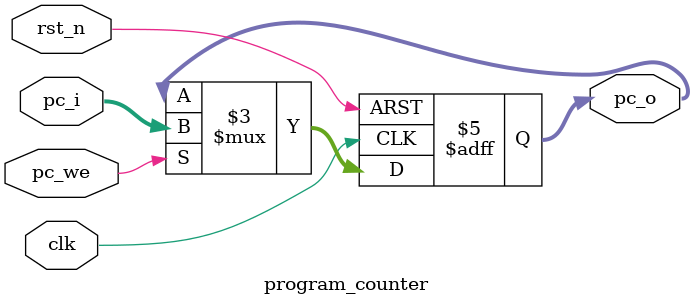
<source format=sv>
`timescale 1ns / 1ps

module program_counter #(
  parameter DATA_WIDTH = 32
) (
  input  logic clk,
  input  logic rst_n,
  input  logic pc_we,
  input  logic [DATA_WIDTH-1:0] pc_i,
  output logic [DATA_WIDTH-1:0] pc_o
);

  always_ff @(posedge clk or negedge rst_n) begin
    if (!rst_n) begin
      pc_o <= '0;
    end else if (pc_we) begin
      pc_o <= pc_i;
    end
  end
endmodule

</source>
